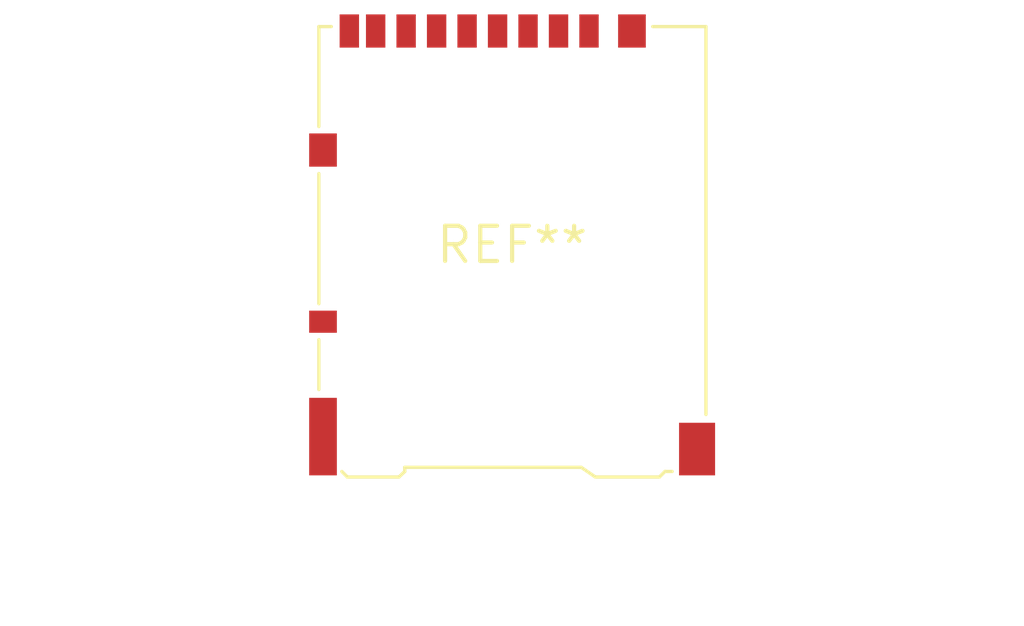
<source format=kicad_pcb>
(kicad_pcb (version 20240108) (generator pcbnew)
  (layers (0 "F.Cu" signal) (31 "B.Cu" signal) (34 "B.Paste" user) (35 "F.Paste" user) (36 "B.SilkS" user "B.Silkscreen") (37 "F.SilkS" user "F.Silkscreen") (38 "B.Mask" user) (39 "F.Mask" user) (44 "Edge.Cuts" user))
  (net 0 "")
  (footprint "microSD_HC_Hirose_DM3AT-SF-PEJM5" (layer "F.Cu") (at 0 0)
    (property "Reference" "REF**")
    (property "Value" "microSD_HC_Hirose_DM3AT-SF-PEJM5")
    (fp_line (start -6.975 -7.885) (end -6.975 -4.275) (layer "F.SilkS") (stroke (width 0.12)))
    (fp_line (start -6.975 -2.575) (end -6.975 2.125) (layer "F.SilkS") (stroke (width 0.12)))
    (fp_line (start -6.975 3.425) (end -6.975 5.225) (layer "F.SilkS") (stroke (width 0.12)))
    (fp_line (start -6.525 -7.885) (end -6.975 -7.885) (layer "F.SilkS") (stroke (width 0.12)))
    (fp_line (start -5.945 8.385) (end -6.145 8.185) (layer "F.SilkS") (stroke (width 0.12)))
    (fp_line (start -5.945 8.385) (end -4.085 8.385) (layer "F.SilkS") (stroke (width 0.12)))
    (fp_line (start -4.085 8.385) (end -3.875 8.185) (layer "F.SilkS") (stroke (width 0.12)))
    (fp_line (start -3.875 8.035) (end -3.875 8.185) (layer "F.SilkS") (stroke (width 0.12)))
    (fp_line (start -3.875 8.035) (end 2.495 8.035) (layer "F.SilkS") (stroke (width 0.12)))
    (fp_line (start 3.005 8.385) (end 2.495 8.035) (layer "F.SilkS") (stroke (width 0.12)))
    (fp_line (start 5.075 -7.885) (end 6.995 -7.885) (layer "F.SilkS") (stroke (width 0.12)))
    (fp_line (start 5.315 8.385) (end 3.005 8.385) (layer "F.SilkS") (stroke (width 0.12)))
    (fp_line (start 5.315 8.385) (end 5.515 8.185) (layer "F.SilkS") (stroke (width 0.12)))
    (fp_line (start 5.515 8.185) (end 5.775 8.185) (layer "F.SilkS") (stroke (width 0.12)))
    (fp_line (start 6.995 -7.885) (end 6.995 6.125) (layer "F.SilkS") (stroke (width 0.12)))
    (pad "1" smd rect (at 2.775 -7.725) (size 0.7 1.2) (layers "F.Cu" "F.Paste" "F.Mask"))
    (pad "2" smd rect (at 1.675 -7.725) (size 0.7 1.2) (layers "F.Cu" "F.Paste" "F.Mask"))
    (pad "3" smd rect (at 0.575 -7.725) (size 0.7 1.2) (layers "F.Cu" "F.Paste" "F.Mask"))
    (pad "4" smd rect (at -0.525 -7.725) (size 0.7 1.2) (layers "F.Cu" "F.Paste" "F.Mask"))
    (pad "5" smd rect (at -1.625 -7.725) (size 0.7 1.2) (layers "F.Cu" "F.Paste" "F.Mask"))
    (pad "6" smd rect (at -2.725 -7.725) (size 0.7 1.2) (layers "F.Cu" "F.Paste" "F.Mask"))
    (pad "7" smd rect (at -3.825 -7.725) (size 0.7 1.2) (layers "F.Cu" "F.Paste" "F.Mask"))
    (pad "8" smd rect (at -4.925 -7.725) (size 0.7 1.2) (layers "F.Cu" "F.Paste" "F.Mask"))
    (pad "9" smd rect (at -5.875 -7.725) (size 0.7 1.2) (layers "F.Cu" "F.Paste" "F.Mask"))
    (pad "10" smd rect (at -6.825 2.775) (size 1 0.8) (layers "F.Cu" "F.Paste" "F.Mask"))
    (pad "11" smd rect (at -6.825 -3.425) (size 1 1.2) (layers "F.Cu" "F.Paste" "F.Mask"))
    (pad "11" smd rect (at -6.825 6.925) (size 1 2.8) (layers "F.Cu" "F.Paste" "F.Mask"))
    (pad "11" smd rect (at 4.325 -7.725) (size 1 1.2) (layers "F.Cu" "F.Paste" "F.Mask"))
    (pad "11" smd rect (at 6.675 7.375) (size 1.3 1.9) (layers "F.Cu" "F.Paste" "F.Mask"))
  )
)
</source>
